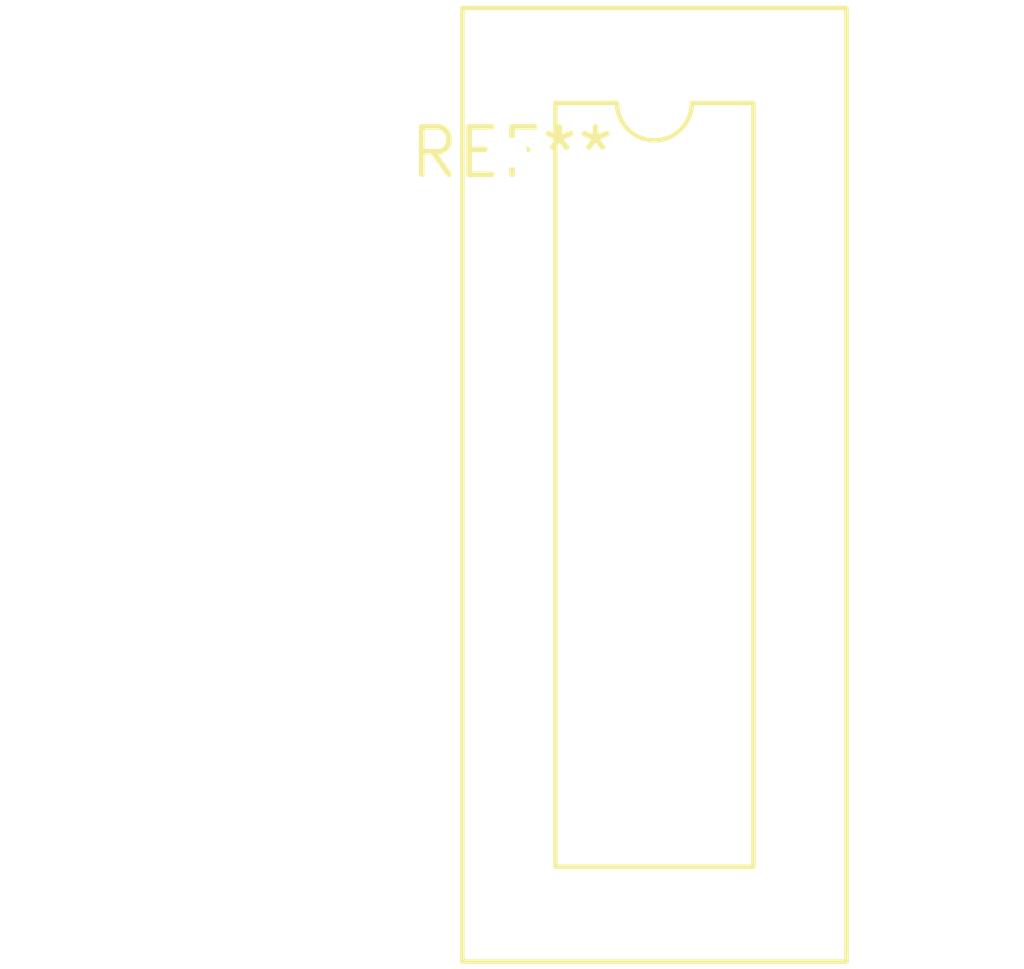
<source format=kicad_pcb>
(kicad_pcb (version 20240108) (generator pcbnew)
  (layers (0 "F.Cu" signal) (31 "B.Cu" signal) (34 "B.Paste" user) (35 "F.Paste" user) (36 "B.SilkS" user "B.Silkscreen") (37 "F.SilkS" user "F.Silkscreen") (38 "B.Mask" user) (39 "F.Mask" user) (44 "Edge.Cuts" user))
  (net 0 "")
  (footprint "DIP-8-16_W7.62mm_Socket" (layer "F.Cu") (at 0 0)
    (property "Reference" "REF**")
    (property "Value" "DIP-8-16_W7.62mm_Socket")
    (fp_line (start -1.33 -3.87) (end -1.33 21.65) (layer "F.SilkS") (stroke (width 0.12)))
    (fp_line (start -1.33 21.65) (end 8.95 21.65) (layer "F.SilkS") (stroke (width 0.12)))
    (fp_line (start 1.16 -1.33) (end 1.16 19.11) (layer "F.SilkS") (stroke (width 0.12)))
    (fp_line (start 1.16 19.11) (end 6.46 19.11) (layer "F.SilkS") (stroke (width 0.12)))
    (fp_line (start 2.81 -1.33) (end 1.16 -1.33) (layer "F.SilkS") (stroke (width 0.12)))
    (fp_line (start 6.46 -1.33) (end 4.81 -1.33) (layer "F.SilkS") (stroke (width 0.12)))
    (fp_line (start 6.46 19.11) (end 6.46 -1.33) (layer "F.SilkS") (stroke (width 0.12)))
    (fp_line (start 8.95 -3.87) (end -1.33 -3.87) (layer "F.SilkS") (stroke (width 0.12)))
    (fp_line (start 8.95 21.65) (end 8.95 -3.87) (layer "F.SilkS") (stroke (width 0.12)))
    (fp_arc (start 4.81 -1.33) (mid 3.81 -0.33) (end 2.81 -1.33) (layer "F.SilkS") (stroke (width 0.12)))
    (pad "1" thru_hole rect (at 0 0) (size 1.6 1.6) (drill 0.8) (layers *.Cu *.Mask) (remove_unused_layers))
    (pad "2" thru_hole circle (at 0 2.54) (size 1.6 1.6) (drill 0.8) (layers *.Cu *.Mask) (remove_unused_layers))
    (pad "3" thru_hole circle (at 0 15.24) (size 1.6 1.6) (drill 0.8) (layers *.Cu *.Mask) (remove_unused_layers))
    (pad "4" thru_hole circle (at 0 17.78) (size 1.6 1.6) (drill 0.8) (layers *.Cu *.Mask) (remove_unused_layers))
    (pad "5" thru_hole circle (at 7.62 17.78) (size 1.6 1.6) (drill 0.8) (layers *.Cu *.Mask) (remove_unused_layers))
    (pad "6" thru_hole circle (at 7.62 15.24) (size 1.6 1.6) (drill 0.8) (layers *.Cu *.Mask) (remove_unused_layers))
    (pad "7" thru_hole circle (at 7.62 2.54) (size 1.6 1.6) (drill 0.8) (layers *.Cu *.Mask) (remove_unused_layers))
    (pad "8" thru_hole circle (at 7.62 0) (size 1.6 1.6) (drill 0.8) (layers *.Cu *.Mask) (remove_unused_layers))
  )
)
</source>
